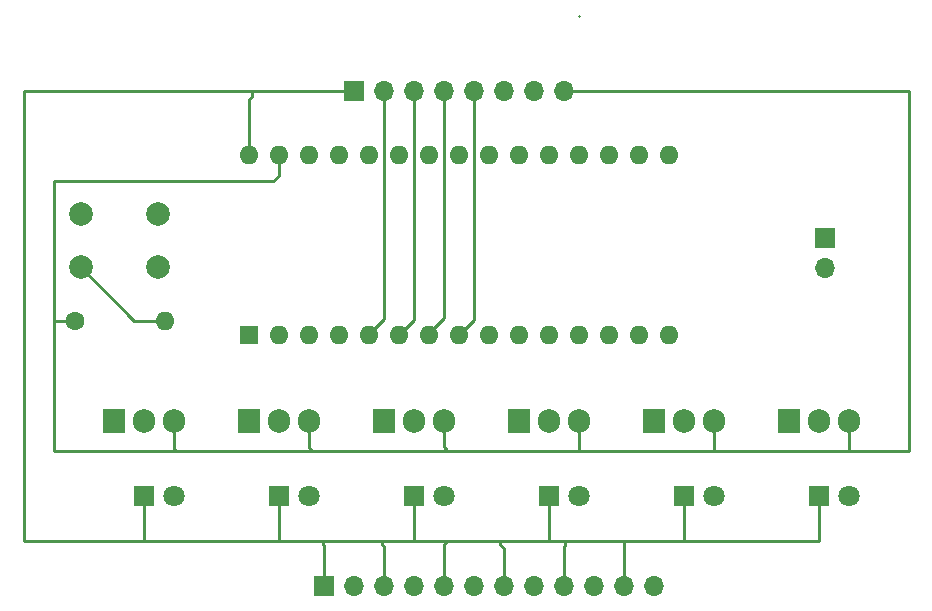
<source format=gbr>
%TF.GenerationSoftware,KiCad,Pcbnew,9.0.0*%
%TF.CreationDate,2025-03-22T14:07:59+10:00*%
%TF.ProjectId,ngmarquee.kicad_pcb_to220_1.0_m3,6e676d61-7271-4756-9565-2e6b69636164,rev?*%
%TF.SameCoordinates,Original*%
%TF.FileFunction,Copper,L2,Bot*%
%TF.FilePolarity,Positive*%
%FSLAX46Y46*%
G04 Gerber Fmt 4.6, Leading zero omitted, Abs format (unit mm)*
G04 Created by KiCad (PCBNEW 9.0.0) date 2025-03-22 14:07:59*
%MOMM*%
%LPD*%
G01*
G04 APERTURE LIST*
%TA.AperFunction,ComponentPad*%
%ADD10R,1.800000X1.800000*%
%TD*%
%TA.AperFunction,ComponentPad*%
%ADD11C,1.800000*%
%TD*%
%TA.AperFunction,ComponentPad*%
%ADD12C,1.600000*%
%TD*%
%TA.AperFunction,ComponentPad*%
%ADD13O,1.600000X1.600000*%
%TD*%
%TA.AperFunction,ComponentPad*%
%ADD14R,1.905000X2.000000*%
%TD*%
%TA.AperFunction,ComponentPad*%
%ADD15O,1.905000X2.000000*%
%TD*%
%TA.AperFunction,ComponentPad*%
%ADD16R,1.700000X1.700000*%
%TD*%
%TA.AperFunction,ComponentPad*%
%ADD17O,1.700000X1.700000*%
%TD*%
%TA.AperFunction,ComponentPad*%
%ADD18C,2.000000*%
%TD*%
%TA.AperFunction,ComponentPad*%
%ADD19R,1.600000X1.600000*%
%TD*%
%TA.AperFunction,Conductor*%
%ADD20C,0.250000*%
%TD*%
G04 APERTURE END LIST*
D10*
%TO.P,D1,1*%
%TO.N,N/C*%
X100330000Y-93980000D03*
D11*
%TO.P,D1,2*%
X102870000Y-93980000D03*
%TD*%
D12*
%TO.P,R1,1*%
%TO.N,N/C*%
X94540000Y-79090000D03*
D13*
%TO.P,R1,2*%
X102160000Y-79090000D03*
%TD*%
D10*
%TO.P,D6,1*%
%TO.N,N/C*%
X157480000Y-93980000D03*
D11*
%TO.P,D6,2*%
X160020000Y-93980000D03*
%TD*%
D10*
%TO.P,D5,1*%
%TO.N,N/C*%
X146050000Y-93980000D03*
D11*
%TO.P,D5,2*%
X148590000Y-93980000D03*
%TD*%
D14*
%TO.P,Q6,1*%
%TO.N,N/C*%
X154940000Y-87630000D03*
D15*
%TO.P,Q6,2*%
X157480000Y-87630000D03*
%TO.P,Q6,3*%
X160020000Y-87630000D03*
%TD*%
D16*
%TO.P,REF\u002A\u002A,1*%
%TO.N,N/C*%
X158040000Y-72090000D03*
D17*
%TO.P,REF\u002A\u002A,2*%
X158040000Y-74630000D03*
%TD*%
D14*
%TO.P,Q2,1*%
%TO.N,N/C*%
X109220000Y-87630000D03*
D15*
%TO.P,Q2,2*%
X111760000Y-87630000D03*
%TO.P,Q2,3*%
X114300000Y-87630000D03*
%TD*%
D18*
%TO.P,REF\u002A\u002A,1*%
%TO.N,N/C*%
X95040000Y-70090000D03*
X101540000Y-70090000D03*
%TO.P,REF\u002A\u002A,2*%
X95040000Y-74590000D03*
X101540000Y-74590000D03*
%TD*%
D10*
%TO.P,D4,1*%
%TO.N,N/C*%
X134620000Y-93980000D03*
D11*
%TO.P,D4,2*%
X137160000Y-93980000D03*
%TD*%
D10*
%TO.P,D3,1*%
%TO.N,N/C*%
X123190000Y-93980000D03*
D11*
%TO.P,D3,2*%
X125730000Y-93980000D03*
%TD*%
D14*
%TO.P,Q5,1*%
%TO.N,N/C*%
X143510000Y-87630000D03*
D15*
%TO.P,Q5,2*%
X146050000Y-87630000D03*
%TO.P,Q5,3*%
X148590000Y-87630000D03*
%TD*%
D14*
%TO.P,Q4,1*%
%TO.N,N/C*%
X132080000Y-87630000D03*
D15*
%TO.P,Q4,2*%
X134620000Y-87630000D03*
%TO.P,Q4,3*%
X137160000Y-87630000D03*
%TD*%
D14*
%TO.P,Q3,1*%
%TO.N,N/C*%
X120650000Y-87630000D03*
D15*
%TO.P,Q3,2*%
X123190000Y-87630000D03*
%TO.P,Q3,3*%
X125730000Y-87630000D03*
%TD*%
D14*
%TO.P,Q1,1*%
%TO.N,N/C*%
X97790000Y-87630000D03*
D15*
%TO.P,Q1,2*%
X100330000Y-87630000D03*
%TO.P,Q1,3*%
X102870000Y-87630000D03*
%TD*%
D13*
%TO.P,A1,3V3 Out*%
%TO.N,N/C*%
X142240000Y-65090000D03*
%TO.P,A1,5V Out*%
X116840000Y-65090000D03*
%TO.P,A1,A0*%
X137160000Y-65090000D03*
%TO.P,A1,A1*%
X134620000Y-65090000D03*
%TO.P,A1,A2*%
X132080000Y-65090000D03*
%TO.P,A1,A3*%
X129540000Y-65090000D03*
%TO.P,A1,A4*%
X127000000Y-65090000D03*
%TO.P,A1,A5*%
X124460000Y-65090000D03*
%TO.P,A1,A6*%
X121920000Y-65090000D03*
%TO.P,A1,A7*%
X119380000Y-65090000D03*
%TO.P,A1,D2*%
X119380000Y-80330000D03*
%TO.P,A1,D3*%
X121920000Y-80330000D03*
%TO.P,A1,D4*%
X124460000Y-80330000D03*
%TO.P,A1,D5*%
X127000000Y-80330000D03*
%TO.P,A1,D6*%
X129540000Y-80330000D03*
%TO.P,A1,D7*%
X132080000Y-80330000D03*
%TO.P,A1,D8*%
X134620000Y-80330000D03*
%TO.P,A1,D9*%
X137160000Y-80330000D03*
%TO.P,A1,D10*%
X139700000Y-80330000D03*
%TO.P,A1,D11*%
X142240000Y-80330000D03*
%TO.P,A1,D12*%
X144780000Y-80330000D03*
%TO.P,A1,D13*%
X144780000Y-65090000D03*
%TO.P,A1,GND*%
X116840000Y-80330000D03*
X111760000Y-65090000D03*
%TO.P,A1,REF*%
X139700000Y-65090000D03*
%TO.P,A1,RST*%
X114300000Y-80330000D03*
X114300000Y-65090000D03*
%TO.P,A1,RX0*%
X111760000Y-80330000D03*
D19*
%TO.P,A1,TX1*%
X109220000Y-80330000D03*
D13*
%TO.P,A1,Vin*%
X109220000Y-65090000D03*
%TD*%
D16*
%TO.P,J1,1*%
%TO.N,N/C*%
X118110000Y-59690000D03*
D17*
%TO.P,J1,2*%
X120650000Y-59690000D03*
%TO.P,J1,3*%
X123190000Y-59690000D03*
%TO.P,J1,4*%
X125730000Y-59690000D03*
%TO.P,J1,5*%
X128270000Y-59690000D03*
%TO.P,J1,6*%
X130810000Y-59690000D03*
%TO.P,J1,7*%
X133350000Y-59690000D03*
%TO.P,J1,8*%
X135890000Y-59690000D03*
%TD*%
D10*
%TO.P,D2,1*%
%TO.N,N/C*%
X111760000Y-93980000D03*
D11*
%TO.P,D2,2*%
X114300000Y-93980000D03*
%TD*%
D16*
%TO.P,J2,1*%
%TO.N,N/C*%
X115570000Y-101600000D03*
D17*
%TO.P,J2,2*%
X118110000Y-101600000D03*
%TO.P,J2,3*%
X120650000Y-101600000D03*
%TO.P,J2,4*%
X123190000Y-101600000D03*
%TO.P,J2,5*%
X125730000Y-101600000D03*
%TO.P,J2,6*%
X128270000Y-101600000D03*
%TO.P,J2,7*%
X130810000Y-101600000D03*
%TO.P,J2,8*%
X133350000Y-101600000D03*
%TO.P,J2,9*%
X135890000Y-101600000D03*
%TO.P,J2,10*%
X138430000Y-101600000D03*
%TO.P,J2,11*%
X140970000Y-101600000D03*
%TO.P,J2,12*%
X143510000Y-101600000D03*
%TD*%
D20*
%TO.N,*%
X90170000Y-97790000D02*
X99060000Y-97790000D01*
X97790000Y-90170000D02*
X92710000Y-90170000D01*
X125730000Y-89780000D02*
X125730000Y-87630000D01*
X138430000Y-97790000D02*
X139700000Y-97790000D01*
X125730000Y-78900000D02*
X124620000Y-80010000D01*
X114300000Y-97790000D02*
X115540000Y-97790000D01*
X123190000Y-59690000D02*
X123190000Y-79060000D01*
X126040000Y-90170000D02*
X126040000Y-90090000D01*
X111760000Y-66870000D02*
X111760000Y-65090000D01*
X123190000Y-97790000D02*
X123190000Y-93980000D01*
X115570000Y-98120000D02*
X115570000Y-101600000D01*
X97790000Y-90170000D02*
X103040000Y-90170000D01*
X146050000Y-97790000D02*
X157480000Y-97790000D01*
X143510000Y-97790000D02*
X144780000Y-97790000D01*
X126040000Y-90090000D02*
X125730000Y-89780000D01*
X137040000Y-90170000D02*
X143510000Y-90170000D01*
X114300000Y-89850000D02*
X114300000Y-87630000D01*
X125730000Y-59690000D02*
X125730000Y-78900000D01*
X154940000Y-90170000D02*
X160040000Y-90170000D01*
X133350000Y-97790000D02*
X134620000Y-97790000D01*
X123190000Y-79060000D02*
X121920000Y-80330000D01*
X124620000Y-80010000D02*
X124620000Y-80330000D01*
X157480000Y-97790000D02*
X157480000Y-93980000D01*
X137160000Y-53340000D02*
X137175000Y-53325000D01*
X141040000Y-97790000D02*
X140970000Y-97860000D01*
X132080000Y-90170000D02*
X137040000Y-90170000D01*
X109220000Y-90170000D02*
X114540000Y-90170000D01*
X120540000Y-98090000D02*
X120650000Y-98200000D01*
X123190000Y-97790000D02*
X124460000Y-97790000D01*
X160020000Y-90150000D02*
X160020000Y-87630000D01*
X109220000Y-60410000D02*
X109220000Y-65090000D01*
X114540000Y-90090000D02*
X114300000Y-89850000D01*
X128270000Y-97790000D02*
X129540000Y-97790000D01*
X136040000Y-97790000D02*
X138430000Y-97790000D01*
X146050000Y-97790000D02*
X146050000Y-93980000D01*
X102870000Y-90000000D02*
X102870000Y-87630000D01*
X92710000Y-67310000D02*
X111320000Y-67310000D01*
X109540000Y-59690000D02*
X109540000Y-60090000D01*
X126040000Y-97790000D02*
X128270000Y-97790000D01*
X95040000Y-74590000D02*
X99540000Y-79090000D01*
X100330000Y-97790000D02*
X100330000Y-93980000D01*
X130540000Y-98090000D02*
X130810000Y-98360000D01*
X136040000Y-98090000D02*
X135890000Y-98240000D01*
X124460000Y-97790000D02*
X126040000Y-97790000D01*
X92710000Y-79090000D02*
X92710000Y-74590000D01*
X109540000Y-60090000D02*
X109220000Y-60410000D01*
X103040000Y-90170000D02*
X109220000Y-90170000D01*
X120650000Y-78980000D02*
X119540000Y-80090000D01*
X165100000Y-90170000D02*
X165100000Y-59690000D01*
X111320000Y-67310000D02*
X111760000Y-66870000D01*
X120650000Y-90170000D02*
X126040000Y-90170000D01*
X135890000Y-98240000D02*
X135890000Y-101600000D01*
X120650000Y-59690000D02*
X120650000Y-78980000D01*
X134620000Y-97790000D02*
X134620000Y-93980000D01*
X128270000Y-59690000D02*
X128270000Y-79060000D01*
X109540000Y-59690000D02*
X90170000Y-59690000D01*
X110490000Y-59690000D02*
X118110000Y-59690000D01*
X90170000Y-59690000D02*
X90170000Y-97790000D01*
X136040000Y-97790000D02*
X136040000Y-98090000D01*
X128270000Y-79060000D02*
X127000000Y-80330000D01*
X141040000Y-97790000D02*
X143510000Y-97790000D01*
X160040000Y-90170000D02*
X160020000Y-90150000D01*
X99540000Y-79090000D02*
X102160000Y-79090000D01*
X130810000Y-98360000D02*
X130810000Y-101600000D01*
X148540000Y-90170000D02*
X149040000Y-90170000D01*
X92710000Y-90170000D02*
X92710000Y-79090000D01*
X144780000Y-97790000D02*
X146050000Y-97790000D01*
X137160000Y-90050000D02*
X137160000Y-87630000D01*
X114540000Y-90170000D02*
X114540000Y-90090000D01*
X148590000Y-90120000D02*
X148590000Y-87630000D01*
X120650000Y-98200000D02*
X120650000Y-101600000D01*
X110490000Y-97790000D02*
X111760000Y-97790000D01*
X111760000Y-97790000D02*
X111760000Y-93980000D01*
X140970000Y-97860000D02*
X140970000Y-101600000D01*
X103040000Y-90170000D02*
X102870000Y-90000000D01*
X118110000Y-97790000D02*
X119380000Y-97790000D01*
X99060000Y-97790000D02*
X100330000Y-97790000D01*
X121920000Y-97790000D02*
X123190000Y-97790000D01*
X100330000Y-97790000D02*
X110490000Y-97790000D01*
X120540000Y-97790000D02*
X121920000Y-97790000D01*
X119540000Y-80090000D02*
X119540000Y-80330000D01*
X131040000Y-97790000D02*
X133350000Y-97790000D01*
X110490000Y-59690000D02*
X109540000Y-59690000D01*
X160040000Y-90170000D02*
X165100000Y-90170000D01*
X111760000Y-97790000D02*
X114300000Y-97790000D01*
X115540000Y-97790000D02*
X118110000Y-97790000D01*
X92710000Y-74590000D02*
X92710000Y-67310000D01*
X120540000Y-97790000D02*
X120540000Y-98090000D01*
X149040000Y-90170000D02*
X154940000Y-90170000D01*
X129540000Y-97790000D02*
X130540000Y-97790000D01*
X137040000Y-90170000D02*
X137160000Y-90050000D01*
X126040000Y-97790000D02*
X125730000Y-98100000D01*
X125730000Y-98100000D02*
X125730000Y-101600000D01*
X114540000Y-90170000D02*
X120650000Y-90170000D01*
X134620000Y-97790000D02*
X136040000Y-97790000D01*
X130540000Y-97790000D02*
X130540000Y-98090000D01*
X139700000Y-97790000D02*
X141040000Y-97790000D01*
X130540000Y-97790000D02*
X131040000Y-97790000D01*
X148540000Y-90170000D02*
X148590000Y-90120000D01*
X115540000Y-98090000D02*
X115570000Y-98120000D01*
X94540000Y-79090000D02*
X92710000Y-79090000D01*
X165100000Y-59690000D02*
X135890000Y-59690000D01*
X126040000Y-90170000D02*
X132080000Y-90170000D01*
X115540000Y-97790000D02*
X115540000Y-98090000D01*
X143510000Y-90170000D02*
X148540000Y-90170000D01*
X119380000Y-97790000D02*
X120540000Y-97790000D01*
%TD*%
M02*

</source>
